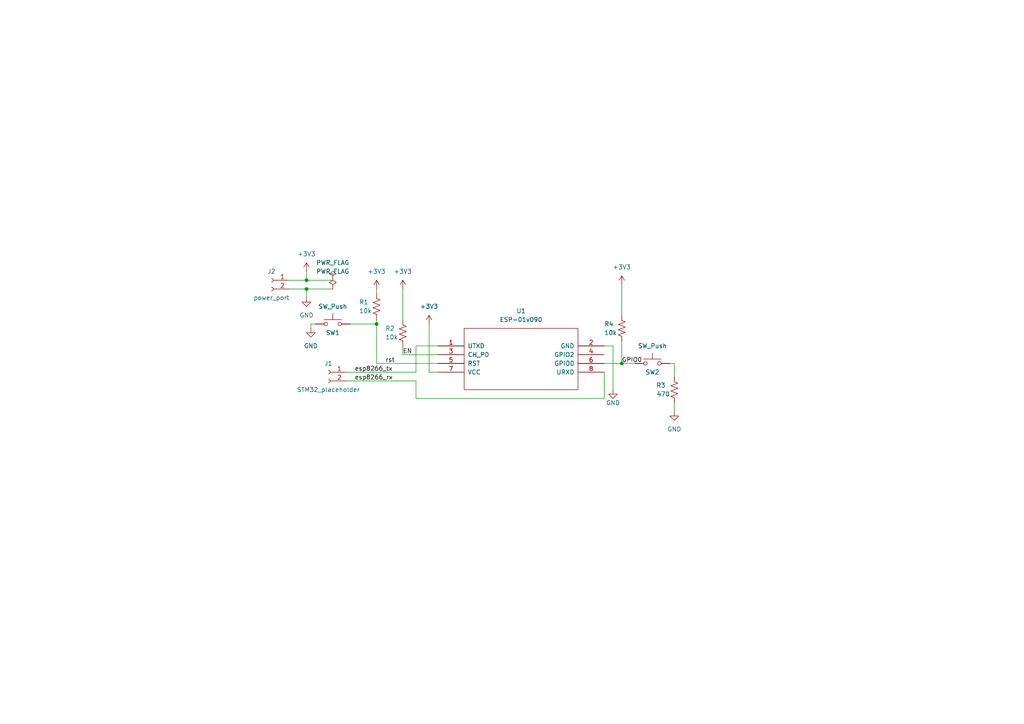
<source format=kicad_sch>
(kicad_sch (version 20211123) (generator eeschema)
  (paper "A4")
  (title_block (title "Communication Subsystem Schematic") (company "Team 23: Wherehouse") (comment 1 "ECE 40922 Spring 2023"))
  (lib_symbols
    (symbol "Connector:Conn_01x02_Female" (pin_names (offset 1.016) hide)
      (property "Reference" "J" (at 0 2.54 0))
      (property "Value" "Conn_01x02_Female" (at 0 -5.08 0))
      (symbol "Conn_01x02_Female_1_1"
        (arc (start 0 -2.032) (mid -0.508 -2.54) (end 0 -3.048) (stroke (width 0.1524)))
        (polyline (pts (xy -1.27 -2.54) (xy -0.508 -2.54)) (stroke (width 0.1524)))
        (polyline (pts (xy -1.27 0) (xy -0.508 0)) (stroke (width 0.1524)))
        (arc (start 0 0.508) (mid -0.508 0) (end 0 -0.508) (stroke (width 0.1524)))
        (pin passive line (at -5.08 0 0) (length 3.81) (name "Pin_1") (number "1"))
        (pin passive line (at -5.08 -2.54 0) (length 3.81) (name "Pin_2") (number "2"))
      )
    )
    (symbol "Device:R_US" (pin_numbers hide) (pin_names (offset 0))
      (property "Reference" "R" (at 2.54 0 90))
      (property "Value" "R_US" (at -2.54 0 90))
      (symbol "R_US_0_1"
        (polyline (pts (xy 0 -2.286) (xy 0 -2.54)))
        (polyline (pts (xy 0 2.286) (xy 0 2.54)))
        (polyline (pts (xy 0 -0.762) (xy 1.016 -1.143) (xy 0 -1.524) (xy -1.016 -1.905) (xy 0 -2.286)))
        (polyline (pts (xy 0 0.762) (xy 1.016 0.381) (xy 0 0) (xy -1.016 -0.381) (xy 0 -0.762)))
        (polyline (pts (xy 0 2.286) (xy 1.016 1.905) (xy 0 1.524) (xy -1.016 1.143) (xy 0 0.762)))
      )
      (symbol "R_US_1_1"
        (pin passive line (at 0 3.81 270) (length 1.27) (name "~") (number "1"))
        (pin passive line (at 0 -3.81 90) (length 1.27) (name "~") (number "2"))
      )
    )
    (symbol "ESP8266:ESP-01v090" (pin_names (offset 1.016))
      (property "Reference" "U" (at 0 -2.54 0))
      (property "Value" "ESP-01v090" (at 0 2.54 0))
      (symbol "ESP-01v090_1_0"
        (rectangle (start -16.51 -8.89) (end 16.51 8.89))
      )
      (symbol "ESP-01v090_1_1"
        (pin output line (at -24.13 3.81 0) (length 7.62) (name "UTXD") (number "1"))
        (pin power_in line (at 24.13 3.81 180) (length 7.62) (name "GND") (number "2"))
        (pin input line (at -24.13 1.27 0) (length 7.62) (name "CH_PD") (number "3"))
        (pin tri_state line (at 24.13 1.27 180) (length 7.62) (name "GPIO2") (number "4"))
        (pin input line (at -24.13 -1.27 0) (length 7.62) (name "RST") (number "5"))
        (pin tri_state line (at 24.13 -1.27 180) (length 7.62) (name "GPIO0") (number "6"))
        (pin power_in line (at -24.13 -3.81 0) (length 7.62) (name "VCC") (number "7"))
        (pin input line (at 24.13 -3.81 180) (length 7.62) (name "URXD") (number "8"))
      )
    )
    (symbol "Switch:SW_Push" (pin_numbers hide) (pin_names (offset 1.016) hide)
      (property "Reference" "SW" (at 1.27 2.54 0))
      (property "Value" "SW_Push" (at 0 -1.524 0))
      (symbol "SW_Push_0_1"
        (circle (center -2.032 0) (radius 0.508))
        (polyline (pts (xy 0 1.27) (xy 0 3.048)))
        (polyline (pts (xy 2.54 1.27) (xy -2.54 1.27)))
        (circle (center 2.032 0) (radius 0.508))
        (pin passive line (at -5.08 0 0) (length 2.54) (name "1") (number "1"))
        (pin passive line (at 5.08 0 180) (length 2.54) (name "2") (number "2"))
      )
    )
    (symbol "power:+3V3" (power) (pin_names (offset 0))
      (property "Value" "+3V3" (at 0 3.556 0))
      (symbol "+3V3_0_1"
        (polyline (pts (xy -0.762 1.27) (xy 0 2.54)))
        (polyline (pts (xy 0 0) (xy 0 2.54)))
        (polyline (pts (xy 0 2.54) (xy 0.762 1.27)))
      )
      (symbol "+3V3_1_1"
        (pin power_in line (at 0 0 90) (length 0) hide (name "+3V3") (number "1"))
      )
    )
    (symbol "power:GND" (power) (pin_names (offset 0))
      (property "Value" "GND" (at 0 -3.81 0))
      (symbol "GND_0_1"
        (polyline (pts (xy 0 0) (xy 0 -1.27) (xy 1.27 -1.27) (xy 0 -2.54) (xy -1.27 -1.27) (xy 0 -1.27)))
      )
      (symbol "GND_1_1"
        (pin power_in line (at 0 0 270) (length 0) hide (name "GND") (number "1"))
      )
    )
    (symbol "power:PWR_FLAG" (power) (pin_numbers hide) (pin_names (offset 0) hide)
      (property "Value" "PWR_FLAG" (at 0 3.81 0))
      (symbol "PWR_FLAG_0_0"
        (pin power_out line (at 0 0 90) (length 0) (name "pwr") (number "1"))
      )
      (symbol "PWR_FLAG_0_1"
        (polyline (pts (xy 0 0) (xy 0 1.27) (xy -1.016 1.905) (xy 0 2.54) (xy 1.016 1.905) (xy 0 1.27)))
      )
    )
  )
  (junction (at 88.9 81.28))
  (junction (at 109.22 93.98))
  (junction (at 180.34 105.41))
  (junction (at 88.9 83.82))
  (wire (pts (xy 127 102.87) (xy 116.84 102.87)))
  (wire (pts (xy 88.9 83.82) (xy 88.9 86.36)))
  (wire (pts (xy 194.31 105.41) (xy 195.58 105.41)))
  (wire (pts (xy 175.26 105.41) (xy 180.34 105.41)))
  (wire (pts (xy 96.52 83.82) (xy 88.9 83.82)))
  (wire (pts (xy 120.65 100.33) (xy 127 100.33)))
  (wire (pts (xy 127 107.95) (xy 124.46 107.95)))
  (wire (pts (xy 90.17 95.25) (xy 90.17 93.98)))
  (wire (pts (xy 180.34 82.55) (xy 180.34 91.44)))
  (wire (pts (xy 100.33 107.95) (xy 120.65 107.95)))
  (wire (pts (xy 109.22 83.82) (xy 109.22 85.09)))
  (wire (pts (xy 124.46 93.98) (xy 124.46 107.95)))
  (wire (pts (xy 90.17 93.98) (xy 91.44 93.98)))
  (wire (pts (xy 101.6 93.98) (xy 109.22 93.98)))
  (wire (pts (xy 177.8 100.33) (xy 177.8 113.03)))
  (wire (pts (xy 180.34 99.06) (xy 180.34 105.41)))
  (wire (pts (xy 116.84 83.82) (xy 116.84 92.71)))
  (wire (pts (xy 116.84 100.33) (xy 116.84 102.87)))
  (wire (pts (xy 83.82 81.28) (xy 88.9 81.28)))
  (wire (pts (xy 195.58 116.84) (xy 195.58 119.38)))
  (wire (pts (xy 175.26 107.95) (xy 175.26 115.57)))
  (wire (pts (xy 120.65 100.33) (xy 120.65 107.95)))
  (wire (pts (xy 88.9 78.74) (xy 88.9 81.28)))
  (wire (pts (xy 96.52 81.28) (xy 88.9 81.28)))
  (wire (pts (xy 109.22 93.98) (xy 109.22 105.41)))
  (wire (pts (xy 109.22 92.71) (xy 109.22 93.98)))
  (wire (pts (xy 100.33 110.49) (xy 120.65 110.49)))
  (wire (pts (xy 175.26 115.57) (xy 120.65 115.57)))
  (wire (pts (xy 120.65 115.57) (xy 120.65 110.49)))
  (wire (pts (xy 127 105.41) (xy 109.22 105.41)))
  (wire (pts (xy 83.82 83.82) (xy 88.9 83.82)))
  (wire (pts (xy 195.58 105.41) (xy 195.58 109.22)))
  (wire (pts (xy 180.34 105.41) (xy 184.15 105.41)))
  (wire (pts (xy 175.26 100.33) (xy 177.8 100.33)))
  (label "EN" (at 116.84 102.87 0))
  (label "rst" (at 111.76 105.41 0))
  (label "esp8266_rx" (at 102.87 110.49 0))
  (label "esp8266_tx" (at 102.87 107.95 0))
  (label "GPIO0" (at 180.34 105.41 0))
  (symbol (lib_id "power:PWR_FLAG") (at 96.52 81.28 0) (unit 1)
    (property "Reference" "#FLG0102" (effects hide))
    (property "Value" "PWR_FLAG" (at 96.52 76.2 0))
  )
  (symbol (lib_id "Device:R_US") (at 180.34 95.25 0) (unit 1)
    (property "Reference" "R4" (at 175.26 93.98 0) (effects (justify left)))
    (property "Value" "10k" (at 175.26 96.52 0) (effects (justify left)))
    (property "Footprint" "Resistor_THT:R_Axial_DIN0207_L6.3mm_D2.5mm_P10.16mm_Horizontal" (effects hide))
  )
  (symbol (lib_id "power:PWR_FLAG") (at 96.52 83.82 0) (unit 1)
    (property "Reference" "#FLG0101" (effects hide))
    (property "Value" "PWR_FLAG" (at 96.52 78.74 0))
  )
  (symbol (lib_id "Device:R_US") (at 109.22 88.9 0) (unit 1)
    (property "Reference" "R1" (at 104.14 87.63 0) (effects (justify left)))
    (property "Value" "10k" (at 104.14 90.17 0) (effects (justify left)))
    (property "Footprint" "Resistor_THT:R_Axial_DIN0207_L6.3mm_D2.5mm_P10.16mm_Horizontal" (effects hide))
  )
  (symbol (lib_id "power:GND") (at 90.17 95.25 0) (unit 1)
    (property "Reference" "#PWR0106" (effects hide))
    (property "Value" "GND" (at 90.17 100.33 0))
  )
  (symbol (lib_id "power:+3V3") (at 109.22 83.82 0) (unit 1)
    (property "Reference" "#PWR0102" (effects hide))
    (property "Value" "+3V3" (at 109.22 78.74 0))
  )
  (symbol (lib_id "Switch:SW_Push") (at 189.23 105.41 0) (unit 1)
    (property "Reference" "SW2" (at 189.23 107.95 0))
    (property "Value" "SW_Push" (at 189.23 100.33 0))
    (property "Footprint" "Button_Switch_THT:SW_PUSH_6mm_H5mm" (effects hide))
  )
  (symbol (lib_id "power:GND") (at 88.9 86.36 0) (unit 1)
    (property "Reference" "#PWR0108" (effects hide))
    (property "Value" "GND" (at 88.9 91.44 0))
  )
  (symbol (lib_id "Device:R_US") (at 195.58 113.03 180) (unit 1)
    (property "Reference" "R3" (at 193.04 111.76 0) (effects (justify left)))
    (property "Value" "470" (at 194.31 114.3 0) (effects (justify left)))
    (property "Footprint" "Resistor_THT:R_Axial_DIN0207_L6.3mm_D2.5mm_P10.16mm_Horizontal" (effects hide))
  )
  (symbol (lib_id "power:GND") (at 177.8 113.03 0) (unit 1)
    (property "Reference" "#PWR0101" (effects hide))
    (property "Value" "GND" (at 177.8 116.84 0))
  )
  (symbol (lib_id "Device:R_US") (at 116.84 96.52 0) (unit 1)
    (property "Reference" "R2" (at 111.76 95.25 0) (effects (justify left)))
    (property "Value" "10k" (at 111.76 97.79 0) (effects (justify left)))
    (property "Footprint" "Resistor_THT:R_Axial_DIN0207_L6.3mm_D2.5mm_P10.16mm_Horizontal" (effects hide))
  )
  (symbol (lib_id "power:+3V3") (at 180.34 82.55 0) (unit 1)
    (property "Reference" "#PWR?" (effects hide))
    (property "Value" "+3V3" (at 180.34 77.47 0))
  )
  (symbol (lib_id "Switch:SW_Push") (at 96.52 93.98 0) (unit 1)
    (property "Reference" "SW1" (at 96.52 96.52 0))
    (property "Value" "SW_Push" (at 96.52 88.9 0))
    (property "Footprint" "Button_Switch_THT:SW_PUSH_6mm_H5mm" (effects hide))
  )
  (symbol (lib_id "ESP8266:ESP-01v090") (at 151.13 104.14 0) (unit 1)
    (property "Reference" "U1" (at 151.13 90.17 0))
    (property "Value" "ESP-01v090" (at 151.13 92.71 0))
    (property "Footprint" "ESP8266:ESP-01" (effects hide))
    (property "Datasheet" "http://l0l.org.uk/2014/12/esp8266-modules-hardware-guide-gotta-catch-em-all/" (effects hide))
  )
  (symbol (lib_id "power:+3V3") (at 116.84 83.82 0) (unit 1)
    (property "Reference" "#PWR0103" (effects hide))
    (property "Value" "+3V3" (at 116.84 78.74 0))
  )
  (symbol (lib_id "power:+3V3") (at 124.46 93.98 0) (unit 1)
    (property "Reference" "#PWR0104" (effects hide))
    (property "Value" "+3V3" (at 124.46 88.9 0))
  )
  (symbol (lib_id "Connector:Conn_01x02_Female") (at 95.25 107.95 0) (mirror y) (unit 1)
    (property "Reference" "J1" (at 95.25 105.41 0))
    (property "Value" "STM32_placeholder" (at 95.25 113.03 0))
    (property "Footprint" "Connector_PinSocket_2.54mm:PinSocket_1x02_P2.54mm_Vertical" (effects hide))
  )
  (symbol (lib_id "power:GND") (at 195.58 119.38 0) (unit 1)
    (property "Reference" "#PWR0105" (effects hide))
    (property "Value" "GND" (at 195.58 124.46 0))
  )
  (symbol (lib_id "Connector:Conn_01x02_Female") (at 78.74 81.28 0) (mirror y) (unit 1)
    (property "Reference" "J2" (at 78.74 78.74 0))
    (property "Value" "power_port" (at 78.74 86.36 0))
    (property "Footprint" "Connector_PinSocket_2.54mm:PinSocket_1x02_P2.54mm_Vertical" (effects hide))
  )
  (symbol (lib_id "power:+3V3") (at 88.9 78.74 0) (unit 1)
    (property "Reference" "#PWR0107" (effects hide))
    (property "Value" "+3V3" (at 88.9 73.66 0))
  )
)
</source>
